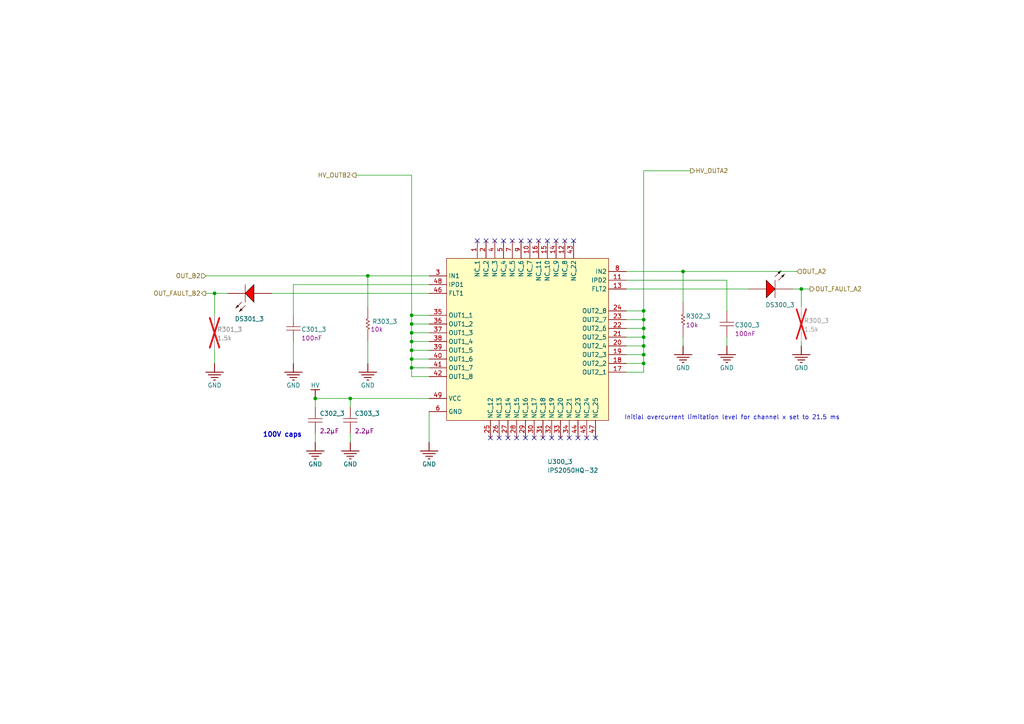
<source format=kicad_sch>
(kicad_sch (version 20250114) (generator "eeschema") (generator_version "9.0")
  (paper "A4")
  (lib_symbols
    (symbol "ARDEP Power IO Shield Symbols:GND_POWER_GROUND" (power)
      (property "Value" "GND" (at 0 -6.35 0))
      (symbol "GND_POWER_GROUND_0_0"
        (polyline (pts (xy -2.54 -2.54) (xy 2.54 -2.54)) (stroke (width 0.254)))
        (polyline (pts (xy -1.778 -3.302) (xy 1.778 -3.302)) (stroke (width 0.254)))
        (polyline (pts (xy -1.016 -4.064) (xy 1.016 -4.064)) (stroke (width 0.254)))
        (polyline (pts (xy -0.254 -4.826) (xy 0.254 -4.826)) (stroke (width 0.254)))
        (polyline (pts (xy 0 0) (xy 0 -2.54)) (stroke (width 0.254)))
        (pin power_in line (at 0 0 0) (length 0) (hide yes) (name "GND") (number ""))
      )
    )
    (symbol "ARDEP Power IO Shield Symbols:HV_BAR" (power)
      (property "Value" "HV" (at 0 -3.81 0))
      (symbol "HV_BAR_0_0"
        (polyline (pts (xy -1.27 -2.54) (xy 1.27 -2.54)) (stroke (width 0.254)))
        (polyline (pts (xy 0 0) (xy 0 -2.54)) (stroke (width 0.254)))
        (pin power_in line (at 0 0 0) (length 0) (hide yes) (name "HV") (number ""))
      )
    )
    (symbol "ARDEP Power IO Shield Symbols:root_0_IPS2050HQ-32_Frickly Systems GmbH"
      (symbol "root_0_IPS2050HQ-32_Frickly Systems GmbH_1_0"
        (rectangle (start 52.07 12.7) (end 5.08 -34.29) (stroke (width 0) (color 128 0 0 1)) (fill (type background)))
        (pin passive line (at 0 7.62 0) (length 5.08) (name "IN1") (number "3"))
        (pin passive line (at 0 5.08 0) (length 5.08) (name "IPD1") (number "48"))
        (pin passive line (at 0 2.54 0) (length 5.08) (name "FLT1") (number "46"))
        (pin passive line (at 0 -3.81 0) (length 5.08) (name "OUT1_1") (number "35"))
        (pin passive line (at 0 -6.35 0) (length 5.08) (name "OUT1_2") (number "36"))
        (pin passive line (at 0 -8.89 0) (length 5.08) (name "OUT1_3") (number "37"))
        (pin passive line (at 0 -11.43 0) (length 5.08) (name "OUT1_4") (number "38"))
        (pin passive line (at 0 -13.97 0) (length 5.08) (name "OUT1_5") (number "39"))
        (pin passive line (at 0 -16.51 0) (length 5.08) (name "OUT1_6") (number "40"))
        (pin passive line (at 0 -19.05 0) (length 5.08) (name "OUT1_7") (number "41"))
        (pin passive line (at 0 -21.59 0) (length 5.08) (name "OUT1_8") (number "42"))
        (pin passive line (at 0 -27.94 0) (length 5.08) (name "VCC") (number "49"))
        (pin passive line (at 0 -31.75 0) (length 5.08) (name "GND") (number "6"))
        (pin passive line (at 13.97 17.78 270) (length 5.08) (name "NC_1") (number "1"))
        (pin passive line (at 16.51 17.78 270) (length 5.08) (name "NC_2") (number "2"))
        (pin passive line (at 17.78 -39.37 90) (length 5.08) (name "NC_12") (number "25"))
        (pin passive line (at 19.05 17.78 270) (length 5.08) (name "NC_3") (number "4"))
        (pin passive line (at 20.32 -39.37 90) (length 5.08) (name "NC_13") (number "26"))
        (pin passive line (at 21.59 17.78 270) (length 5.08) (name "NC_4") (number "5"))
        (pin passive line (at 22.86 -39.37 90) (length 5.08) (name "NC_14") (number "27"))
        (pin passive line (at 24.13 17.78 270) (length 5.08) (name "NC_5") (number "7"))
        (pin passive line (at 25.4 -39.37 90) (length 5.08) (name "NC_15") (number "28"))
        (pin passive line (at 26.67 17.78 270) (length 5.08) (name "NC_6") (number "9"))
        (pin passive line (at 27.94 -39.37 90) (length 5.08) (name "NC_16") (number "29"))
        (pin passive line (at 29.21 17.78 270) (length 5.08) (name "NC_7") (number "10"))
        (pin passive line (at 30.48 -39.37 90) (length 5.08) (name "NC_17") (number "30"))
        (pin passive line (at 31.75 17.78 270) (length 5.08) (name "NC_11") (number "16"))
        (pin passive line (at 33.02 -39.37 90) (length 5.08) (name "NC_18") (number "31"))
        (pin passive line (at 34.29 17.78 270) (length 5.08) (name "NC_10") (number "15"))
        (pin passive line (at 35.56 -39.37 90) (length 5.08) (name "NC_19") (number "32"))
        (pin passive line (at 36.83 17.78 270) (length 5.08) (name "NC_9") (number "14"))
        (pin passive line (at 38.1 -39.37 90) (length 5.08) (name "NC_20") (number "33"))
        (pin passive line (at 39.37 17.78 270) (length 5.08) (name "NC_8") (number "12"))
        (pin passive line (at 40.64 -39.37 90) (length 5.08) (name "NC_21") (number "34"))
        (pin passive line (at 41.91 17.78 270) (length 5.08) (name "NC_22") (number "43"))
        (pin passive line (at 43.18 -39.37 90) (length 5.08) (name "NC_23") (number "44"))
        (pin passive line (at 45.72 -39.37 90) (length 5.08) (name "NC_24") (number "45"))
        (pin passive line (at 48.26 -39.37 90) (length 5.08) (name "NC_25") (number "47"))
        (pin passive line (at 57.15 8.89 180) (length 5.08) (name "IN2") (number "8"))
        (pin passive line (at 57.15 6.35 180) (length 5.08) (name "IPD2") (number "11"))
        (pin passive line (at 57.15 3.81 180) (length 5.08) (name "FLT2") (number "13"))
        (pin passive line (at 57.15 -2.54 180) (length 5.08) (name "OUT2_8") (number "24"))
        (pin passive line (at 57.15 -5.08 180) (length 5.08) (name "OUT2_7") (number "23"))
        (pin passive line (at 57.15 -7.62 180) (length 5.08) (name "OUT2_6") (number "22"))
        (pin passive line (at 57.15 -10.16 180) (length 5.08) (name "OUT2_5") (number "21"))
        (pin passive line (at 57.15 -12.7 180) (length 5.08) (name "OUT2_4") (number "20"))
        (pin passive line (at 57.15 -15.24 180) (length 5.08) (name "OUT2_3") (number "19"))
        (pin passive line (at 57.15 -17.78 180) (length 5.08) (name "OUT2_2") (number "18"))
        (pin passive line (at 57.15 -20.32 180) (length 5.08) (name "OUT2_1") (number "17"))
      )
    )
    (symbol "ARDEP Power IO Shield Symbols:root_0_mirrored_LED-RED-AK-2_Frickly Systems GmbH" (pin_numbers (hide yes)) (pin_names (hide yes))
      (symbol "root_0_mirrored_LED-RED-AK-2_Frickly Systems GmbH_1_0"
        (polyline (pts (xy -2.54 2.54) (xy 0 0) (xy -2.54 -2.54) (xy -2.54 2.54)) (stroke (width 0) (color 0 0 0 1)) (fill (type color) (color 255 0 0 1)))
        (polyline (pts (xy 0 3.556) (xy 1.778 5.334)))
        (polyline (pts (xy 0 -2.54) (xy 0 2.54)))
        (polyline (pts (xy 1.016 2.54) (xy 2.794 4.318)))
        (polyline (pts (xy 1.778 5.334) (xy 1.27 4.318) (xy 0.762 4.826) (xy 1.778 5.334)) (stroke (width -0.0001) (color 0 0 0 1)) (fill (type outline)))
        (polyline (pts (xy 2.794 4.318) (xy 2.286 3.302) (xy 1.778 3.81) (xy 2.794 4.318)) (stroke (width -0.0001) (color 0 0 0 1)) (fill (type outline)))
        (pin passive line (at -7.62 0 0) (length 5.08) (name "A") (number "2"))
        (pin passive line (at 5.08 0 180) (length 5.08) (name "K") (number "1"))
      )
    )
    (symbol "ARDEP Power IO Shield Symbols:root_1_Resistor_Frickly Systems GmbH" (pin_numbers (hide yes)) (pin_names (hide yes))
      (symbol "root_1_Resistor_Frickly Systems GmbH_1_0"
        (polyline (pts (xy 0 5.08) (xy 0 4.064) (xy 0.508 3.81) (xy -0.508 3.302) (xy 0.508 2.794) (xy -0.508 2.286) (xy 0.508 1.778) (xy -0.508 1.27) (xy 0 1.016) (xy 0 0)))
        (pin passive line (at 0 7.62 270) (length 2.54) (name "2") (number "2"))
        (pin passive line (at 0 -2.54 90) (length 2.54) (name "1") (number "1"))
      )
    )
    (symbol "ARDEP Power IO Shield Symbols:root_1_mirrored_Capacitor_Frickly Systems GmbH" (pin_numbers (hide yes)) (pin_names (hide yes))
      (symbol "root_1_mirrored_Capacitor_Frickly Systems GmbH_1_0"
        (polyline (pts (xy -2.032 3.302) (xy 2.032 3.302)))
        (polyline (pts (xy 0 5.08) (xy 0 4.318)))
        (polyline (pts (xy 0 2.54) (xy 0 3.302)))
        (polyline (pts (xy 2.032 4.318) (xy -2.032 4.318)))
        (pin passive line (at 0 7.62 270) (length 2.54) (name "2") (number "2"))
        (pin passive line (at 0 0 90) (length 2.54) (name "1") (number "1"))
      )
    )
    (symbol "ARDEP Power IO Shield Symbols:root_1_mirrored_Resistor_Frickly Systems GmbH" (pin_numbers (hide yes)) (pin_names (hide yes))
      (symbol "root_1_mirrored_Resistor_Frickly Systems GmbH_1_0"
        (polyline (pts (xy 0 5.08) (xy 0 4.064) (xy -0.508 3.81) (xy 0.508 3.302) (xy -0.508 2.794) (xy 0.508 2.286) (xy -0.508 1.778) (xy 0.508 1.27) (xy 0 1.016) (xy 0 0)))
        (pin passive line (at 0 7.62 270) (length 2.54) (name "2") (number "2"))
        (pin passive line (at 0 -2.54 90) (length 2.54) (name "1") (number "1"))
      )
    )
    (symbol "ARDEP Power IO Shield Symbols:root_2_mirrored_LED-RED-AK-2_Frickly Systems GmbH" (pin_numbers (hide yes)) (pin_names (hide yes))
      (symbol "root_2_mirrored_LED-RED-AK-2_Frickly Systems GmbH_1_0"
        (polyline (pts (xy -2.794 -4.318) (xy -2.286 -3.302) (xy -1.778 -3.81) (xy -2.794 -4.318)) (stroke (width -0.0001) (color 0 0 0 1)) (fill (type outline)))
        (polyline (pts (xy -1.778 -5.334) (xy -1.27 -4.318) (xy -0.762 -4.826) (xy -1.778 -5.334)) (stroke (width -0.0001) (color 0 0 0 1)) (fill (type outline)))
        (polyline (pts (xy -1.016 -2.54) (xy -2.794 -4.318)))
        (polyline (pts (xy 0 2.54) (xy 0 -2.54)))
        (polyline (pts (xy 0 -3.556) (xy -1.778 -5.334)))
        (polyline (pts (xy 2.54 -2.54) (xy 0 0) (xy 2.54 2.54) (xy 2.54 -2.54)) (stroke (width 0) (color 0 0 0 1)) (fill (type color) (color 255 0 0 1)))
        (pin passive line (at -5.08 0 0) (length 5.08) (name "K") (number "1"))
        (pin passive line (at 7.62 0 180) (length 5.08) (name "A") (number "2"))
      )
    )
    (symbol "root_1_mirrored_Capacitor_Frickly Systems GmbH_1" (pin_numbers (hide yes)) (pin_names (hide yes))
      (symbol "root_1_mirrored_Capacitor_Frickly Systems GmbH_1_1_0"
        (polyline (pts (xy -2.032 3.302) (xy 2.032 3.302)))
        (polyline (pts (xy 0 5.08) (xy 0 4.318)))
        (polyline (pts (xy 0 2.54) (xy 0 3.302)))
        (polyline (pts (xy 2.032 4.318) (xy -2.032 4.318)))
        (pin passive line (at 0 7.62 270) (length 2.54) (name "2") (number "2"))
        (pin passive line (at 0 0 90) (length 2.54) (name "1") (number "1"))
      )
    )
    (symbol "root_1_mirrored_Capacitor_Frickly Systems GmbH_2" (pin_numbers (hide yes)) (pin_names (hide yes))
      (symbol "root_1_mirrored_Capacitor_Frickly Systems GmbH_2_1_0"
        (polyline (pts (xy -2.032 3.302) (xy 2.032 3.302)))
        (polyline (pts (xy 0 5.08) (xy 0 4.318)))
        (polyline (pts (xy 0 2.54) (xy 0 3.302)))
        (polyline (pts (xy 2.032 4.318) (xy -2.032 4.318)))
        (pin passive line (at 0 7.62 270) (length 2.54) (name "2") (number "2"))
        (pin passive line (at 0 0 90) (length 2.54) (name "1") (number "1"))
      )
    )
  )
  (text "Initial overcurrent limitation level for channel x set to 21.5 ms" (at 243.586 121.92 0) (effects (font (size 1.27 1.27)) (justify right bottom)))
  (text "100V caps" (at 87.63 127 0) (effects (font (size 1.397 1.397) (thickness 0.2794) (bold yes)) (justify right bottom)))
  (junction (at 186.69 100.33))
  (junction (at 186.69 95.25))
  (junction (at 119.38 99.06))
  (junction (at 232.41 83.82))
  (junction (at 119.38 101.6))
  (junction (at 119.38 91.44))
  (junction (at 62.23 85.09))
  (junction (at 186.69 97.79))
  (junction (at 186.69 105.41))
  (junction (at 198.12 78.74))
  (junction (at 106.68 80.01))
  (junction (at 119.38 96.52))
  (junction (at 186.69 90.17))
  (junction (at 119.38 106.68))
  (junction (at 186.69 92.71))
  (junction (at 101.6 115.57))
  (junction (at 91.44 115.57))
  (junction (at 119.38 93.98))
  (junction (at 119.38 104.14))
  (junction (at 186.69 102.87))
  (no_connect (at 148.59 69.85))
  (no_connect (at 138.43 69.85))
  (no_connect (at 167.64 127))
  (no_connect (at 162.56 127))
  (no_connect (at 161.29 69.85))
  (no_connect (at 163.83 69.85))
  (no_connect (at 170.18 127))
  (no_connect (at 144.78 127))
  (no_connect (at 151.13 69.85))
  (no_connect (at 149.86 127))
  (no_connect (at 152.4 127))
  (no_connect (at 166.37 69.85))
  (no_connect (at 143.51 69.85))
  (no_connect (at 157.48 127))
  (no_connect (at 158.75 69.85))
  (no_connect (at 153.67 69.85))
  (no_connect (at 154.94 127))
  (no_connect (at 142.24 127))
  (no_connect (at 147.32 127))
  (no_connect (at 172.72 127))
  (no_connect (at 160.02 127))
  (no_connect (at 156.21 69.85))
  (no_connect (at 165.1 127))
  (no_connect (at 140.97 69.85))
  (no_connect (at 146.05 69.85))
  (wire (pts (xy 210.82 81.28) (xy 210.82 90.17)))
  (wire (pts (xy 186.69 90.17) (xy 186.69 92.71)))
  (wire (pts (xy 186.69 100.33) (xy 181.61 100.33)))
  (wire (pts (xy 232.41 88.9) (xy 232.41 83.82)))
  (wire (pts (xy 119.38 101.6) (xy 124.46 101.6)))
  (wire (pts (xy 101.6 125.73) (xy 101.6 128.27)))
  (wire (pts (xy 119.38 93.98) (xy 124.46 93.98)))
  (wire (pts (xy 186.69 90.17) (xy 181.61 90.17)))
  (wire (pts (xy 186.69 49.53) (xy 186.69 90.17)))
  (wire (pts (xy 119.38 99.06) (xy 124.46 99.06)))
  (wire (pts (xy 181.61 83.82) (xy 217.17 83.82)))
  (wire (pts (xy 186.69 95.25) (xy 186.69 97.79)))
  (wire (pts (xy 91.44 125.73) (xy 91.44 128.27)))
  (wire (pts (xy 119.38 109.22) (xy 124.46 109.22)))
  (wire (pts (xy 119.38 91.44) (xy 119.38 93.98)))
  (wire (pts (xy 186.69 102.87) (xy 186.69 105.41)))
  (wire (pts (xy 119.38 99.06) (xy 119.38 101.6)))
  (wire (pts (xy 119.38 50.8) (xy 119.38 91.44)))
  (wire (pts (xy 101.6 115.57) (xy 124.46 115.57)))
  (wire (pts (xy 124.46 82.55) (xy 85.09 82.55)))
  (wire (pts (xy 231.14 78.74) (xy 198.12 78.74)))
  (wire (pts (xy 198.12 78.74) (xy 181.61 78.74)))
  (wire (pts (xy 186.69 97.79) (xy 186.69 100.33)))
  (wire (pts (xy 106.68 105.41) (xy 106.68 99.06)))
  (wire (pts (xy 200.242 49.53) (xy 186.69 49.53)))
  (wire (pts (xy 119.38 96.52) (xy 119.38 99.06)))
  (wire (pts (xy 85.09 82.55) (xy 85.09 91.44)))
  (wire (pts (xy 119.38 106.68) (xy 124.46 106.68)))
  (wire (pts (xy 119.38 106.68) (xy 119.38 109.22)))
  (wire (pts (xy 186.69 92.71) (xy 181.61 92.71)))
  (wire (pts (xy 119.38 101.6) (xy 119.38 104.14)))
  (wire (pts (xy 62.23 91.44) (xy 62.23 85.09)))
  (wire (pts (xy 198.12 100.33) (xy 198.12 97.79)))
  (wire (pts (xy 186.69 100.33) (xy 186.69 102.87)))
  (wire (pts (xy 186.69 105.41) (xy 186.69 107.95)))
  (wire (pts (xy 119.38 91.44) (xy 124.46 91.44)))
  (wire (pts (xy 106.68 80.01) (xy 59.69 80.01)))
  (wire (pts (xy 198.12 87.63) (xy 198.12 78.74)))
  (wire (pts (xy 91.44 115.57) (xy 101.6 115.57)))
  (wire (pts (xy 62.23 105.41) (xy 62.23 101.6)))
  (wire (pts (xy 186.69 95.25) (xy 181.61 95.25)))
  (wire (pts (xy 85.09 105.41) (xy 85.09 99.06)))
  (wire (pts (xy 103.288 50.8) (xy 119.38 50.8)))
  (wire (pts (xy 232.41 100.33) (xy 232.41 99.06)))
  (wire (pts (xy 119.38 104.14) (xy 124.46 104.14)))
  (wire (pts (xy 232.41 83.82) (xy 234.95 83.82)))
  (wire (pts (xy 186.69 105.41) (xy 181.61 105.41)))
  (wire (pts (xy 91.44 115.57) (xy 91.44 118.11)))
  (wire (pts (xy 229.87 83.82) (xy 232.41 83.82)))
  (wire (pts (xy 78.74 85.09) (xy 124.46 85.09)))
  (wire (pts (xy 186.69 92.71) (xy 186.69 95.25)))
  (wire (pts (xy 181.61 81.28) (xy 210.82 81.28)))
  (wire (pts (xy 124.46 128.27) (xy 124.46 119.38)))
  (wire (pts (xy 119.38 104.14) (xy 119.38 106.68)))
  (wire (pts (xy 106.68 80.01) (xy 106.68 88.9)))
  (wire (pts (xy 186.69 102.87) (xy 181.61 102.87)))
  (wire (pts (xy 186.69 97.79) (xy 181.61 97.79)))
  (wire (pts (xy 62.23 85.09) (xy 66.04 85.09)))
  (wire (pts (xy 210.82 100.33) (xy 210.82 97.79)))
  (wire (pts (xy 124.46 80.01) (xy 106.68 80.01)))
  (wire (pts (xy 119.38 96.52) (xy 124.46 96.52)))
  (wire (pts (xy 186.69 107.95) (xy 181.61 107.95)))
  (wire (pts (xy 59.69 85.09) (xy 62.23 85.09)))
  (wire (pts (xy 119.38 93.98) (xy 119.38 96.52)))
  (wire (pts (xy 101.6 118.11) (xy 101.6 115.57)))
  (hierarchical_label "OUT_B2" (shape input) (at 59.69 80.01 180))
  (hierarchical_label "OUT_FAULT_B2" (shape output) (at 59.69 85.09 180))
  (hierarchical_label "OUT_A2" (shape input) (at 231.14 78.74 0))
  (hierarchical_label "HV_OUTA2" (shape output) (at 200.242 49.53 0))
  (hierarchical_label "HV_OUTB2" (shape output) (at 103.288 50.8 180))
  (hierarchical_label "OUT_FAULT_A2" (shape output) (at 234.95 83.82 0))
  (symbol (lib_id "ARDEP Power IO Shield Symbols:GND_POWER_GROUND") (at 85.09 105.41 0) (unit 1)
    (property "Reference" "#PWR033" (effects (hide yes)))
    (property "Value" "GND" (at 85.09 111.76 0))
  )
  (symbol (lib_id "ARDEP Power IO Shield Symbols:GND_POWER_GROUND") (at 232.41 100.33 0) (unit 1)
    (property "Reference" "#PWR041" (effects (hide yes)))
    (property "Value" "GND" (at 232.41 106.68 0))
  )
  (symbol (lib_id "ARDEP Power IO Shield Symbols:HV_BAR") (at 91.44 115.57 180) (unit 1)
    (property "Reference" "#PWR034" (effects (hide yes)))
    (property "Value" "HV" (at 91.44 111.76 0))
  )
  (symbol (lib_id "ARDEP Power IO Shield Symbols:root_0_mirrored_LED-RED-AK-2_Frickly Systems GmbH") (at 224.79 83.82 0) (unit 1)
    (property "Reference" "DS300_3" (at 221.996 89.154 0) (effects (justify left bottom)))
    (property "Value" "150080RS75000" (effects (hide yes)))
    (property "Footprint" "LED_0805_JB" (effects (hide yes)))
    (property "Description" "Single Color LED, Red, Water Clear, 1.4mm" (effects (hide yes)))
    (property "PINS" "2" (effects (hide yes)))
    (property "FORWARD VOLTAGE" "2V" (effects (hide yes)))
    (property "COLOUR" "Red" (effects (hide yes)))
    (property "ROHS COMPLIANT" "Yes" (effects (hide yes)))
    (property "MAX OPERATING TEMPERATURE" "85°C" (effects (hide yes)))
    (property "CASE/PACKAGE" "0805" (effects (hide yes)))
    (property "MOUNTING TECHNOLOGY" "SMD" (effects (hide yes)))
    (property "MIN OPERATING TEMPERATURE" "-40°C" (effects (hide yes)))
    (property "FORWARD CURRENT" "20mA" (effects (hide yes)))
  )
  (symbol (lib_id "ARDEP Power IO Shield Symbols:root_0_IPS2050HQ-32_Frickly Systems GmbH") (at 124.46 87.63 0) (unit 1)
    (property "Reference" "U300_3" (at 158.75 134.62 0) (effects (justify left bottom)))
    (property "Value" "IPS2050HQ-32" (at 158.75 137.16 0) (effects (justify left bottom)))
    (property "Footprint" "QFN50P800X600X90_HS-49N" (effects (hide yes)))
    (property "Description" "High efficiency, high-side switch with extended diagnostics and smart driving for capacitive loads" (effects (hide yes)))
    (property "OPERATING TEMPERATURE MIN" "-40" (effects (hide yes)))
    (property "OPERATING TEMPERATURE MAX" "125" (effects (hide yes)))
    (property "PACKAGING" "QFN-48" (effects (hide yes)))
    (property "MOUNT" "SMD" (effects (hide yes)))
    (property "PIN COUNT" "48" (effects (hide yes)))
    (property "MAX OUTPUT CURRENT" "5.6A" (effects (hide yes)))
    (property "MAX SUPPLY VOLTAGE" "60V" (effects (hide yes)))
    (property "MIN SUPPLY VOLTAGE" "8V" (effects (hide yes)))
    (property "NUMBER OF CHANNELS" "2" (effects (hide yes)))
    (property "NUMBER OF TERMINALS" "48" (effects (hide yes)))
    (property "TERMINAL PITCH" "500µm" (effects (hide yes)))
  )
  (symbol (lib_id "ARDEP Power IO Shield Symbols:GND_POWER_GROUND") (at 91.44 128.27 0) (unit 1)
    (property "Reference" "#PWR035" (effects (hide yes)))
    (property "Value" "GND" (at 91.44 134.62 0))
  )
  (symbol (lib_id "ARDEP Power IO Shield Symbols:root_1_Resistor_Frickly Systems GmbH") (at 62.23 99.06 0) (unit 1) (dnp yes)
    (property "Reference" "R301_3" (at 62.992 96.266 0) (effects (justify left bottom)))
    (property "Value" "1k5 +/-1% 0603 100 mW" (effects (hide yes)))
    (property "Footprint" "R_0603_JB" (effects (hide yes)))
    (property "Description" "Chip Resistor, 1,5 KOhm, +/-1%, 0.1 W, -55 to 155 degC, 0603 (1608 Metric)" (effects (hide yes)))
    (property "PINS" "2" (effects (hide yes)))
    (property "MIN OPERATING TEMPERATURE" "-55°C" (effects (hide yes)))
    (property "ROHS COMPLIANT" "True" (effects (hide yes)))
    (property "POWER" "100mW" (effects (hide yes)))
    (property "TOLERANCE" "1%" (effects (hide yes)))
    (property "ALTIUM_VALUE" "1.5k" (at 62.992 98.806 0) (effects (justify left bottom)))
    (property "MOUNTING TECHNOLOGY" "SM" (effects (hide yes)))
    (property "CASE/PACKAGE" "0603" (effects (hide yes)))
    (property "MAX OPERATING TEMPERATURE" "155°C" (effects (hide yes)))
    (property "VOLTAGE RATING" "50V" (effects (hide yes)))
  )
  (symbol (lib_id "ARDEP Power IO Shield Symbols:root_2_mirrored_LED-RED-AK-2_Frickly Systems GmbH") (at 71.12 85.09 0) (unit 1)
    (property "Reference" "DS301_3" (at 68.072 93.218 0) (effects (justify left bottom)))
    (property "Value" "150080RS75000" (effects (hide yes)))
    (property "Footprint" "LED_0805_JB" (effects (hide yes)))
    (property "Description" "Single Color LED, Red, Water Clear, 1.4mm" (effects (hide yes)))
    (property "PINS" "2" (effects (hide yes)))
    (property "FORWARD VOLTAGE" "2V" (effects (hide yes)))
    (property "COLOUR" "Red" (effects (hide yes)))
    (property "ROHS COMPLIANT" "Yes" (effects (hide yes)))
    (property "MAX OPERATING TEMPERATURE" "85°C" (effects (hide yes)))
    (property "CASE/PACKAGE" "0805" (effects (hide yes)))
    (property "MOUNTING TECHNOLOGY" "SMD" (effects (hide yes)))
    (property "MIN OPERATING TEMPERATURE" "-40°C" (effects (hide yes)))
    (property "FORWARD CURRENT" "20mA" (effects (hide yes)))
  )
  (symbol (lib_id "ARDEP Power IO Shield Symbols:GND_POWER_GROUND") (at 106.68 105.41 0) (unit 1)
    (property "Reference" "#PWR037" (effects (hide yes)))
    (property "Value" "GND" (at 106.68 111.76 0))
  )
  (symbol (lib_id "ARDEP Power IO Shield Symbols:root_1_mirrored_Capacitor_Frickly Systems GmbH") (at 91.44 125.73 0) (unit 1)
    (property "Reference" "C302_3" (at 92.71 120.65 0) (effects (justify left bottom)))
    (property "Value" "C-2.2uF-10%-100V-1210-X7R" (effects (hide yes)))
    (property "Footprint" "C_1210" (effects (hide yes)))
    (property "Description" "Ceramic Capacitor, Multilayer, Ceramic, 100V, 10% +Tol, 10% -Tol, X7R, 15% TC, 2.2uF, Surface Mount, 1210" (effects (hide yes)))
    (property "MIN OPERATING TEMPERATURE" "-55°C" (effects (hide yes)))
    (property "TOLERANCE" "10%" (effects (hide yes)))
    (property "MAX OPERATING TEMPERATURE" "125°C" (effects (hide yes)))
    (property "CASE/PACKAGE" "1210" (effects (hide yes)))
    (property "ROHS COMPLIANT" "Yes" (effects (hide yes)))
    (property "DIELECTRIC MATERIAL" "Ceramic" (effects (hide yes)))
    (property "CAPACITANCE" "2.2µF" (at 92.71 125.73 0) (effects (justify left bottom)))
    (property "RATED DC VOLTAGE (URDC)" "100V" (effects (hide yes)))
    (property "TEMPERATURE CHARACTERISTICS CODE" "X7R" (effects (hide yes)))
    (property "MOUNT" "Surface Mount" (effects (hide yes)))
    (property "TO BE CHECKED" "Yes, Part choices" (effects (hide yes)))
  )
  (symbol (lib_id "ARDEP Power IO Shield Symbols:root_1_mirrored_Capacitor_Frickly Systems GmbH") (at 101.6 125.73 0) (unit 1)
    (property "Reference" "C303_3" (at 102.87 120.65 0) (effects (justify left bottom)))
    (property "Value" "C-2.2uF-10%-100V-1210-X7R" (effects (hide yes)))
    (property "Footprint" "C_1210" (effects (hide yes)))
    (property "Description" "Ceramic Capacitor, Multilayer, Ceramic, 100V, 10% +Tol, 10% -Tol, X7R, 15% TC, 2.2uF, Surface Mount, 1210" (effects (hide yes)))
    (property "MIN OPERATING TEMPERATURE" "-55°C" (effects (hide yes)))
    (property "TOLERANCE" "10%" (effects (hide yes)))
    (property "MAX OPERATING TEMPERATURE" "125°C" (effects (hide yes)))
    (property "CASE/PACKAGE" "1210" (effects (hide yes)))
    (property "ROHS COMPLIANT" "Yes" (effects (hide yes)))
    (property "DIELECTRIC MATERIAL" "Ceramic" (effects (hide yes)))
    (property "CAPACITANCE" "2.2µF" (at 102.87 125.73 0) (effects (justify left bottom)))
    (property "RATED DC VOLTAGE (URDC)" "100V" (effects (hide yes)))
    (property "TEMPERATURE CHARACTERISTICS CODE" "X7R" (effects (hide yes)))
    (property "MOUNT" "Surface Mount" (effects (hide yes)))
    (property "TO BE CHECKED" "Yes, Part choices" (effects (hide yes)))
  )
  (symbol (lib_name "root_1_mirrored_Capacitor_Frickly Systems GmbH_1") (lib_id "ARDEP Power IO Shield Symbols:root_1_mirrored_Capacitor_Frickly Systems GmbH_1") (at 210.82 97.79 0) (unit 1)
    (property "Reference" "C300_3" (at 213.106 94.996 0) (effects (justify left bottom)))
    (property "Value" "C-100nF-10%-50V-0603-X7R" (effects (hide yes)))
    (property "Footprint" "C_0603_JB" (effects (hide yes)))
    (property "Description" "Ceramic Capacitor, Multilayer, Ceramic, 50V, 10% +Tol, 10% -Tol, X7R, 15% TC, 0.1uF, Surface Mount, 0603" (effects (hide yes)))
    (property "CASE/PACKAGE" "0603" (effects (hide yes)))
    (property "TOLERANCE" "10%" (effects (hide yes)))
    (property "ROHS COMPLIANT" "True" (effects (hide yes)))
    (property "MAX OPERATING TEMPERATURE" "125°C" (effects (hide yes)))
    (property "MIN OPERATING TEMPERATURE" "-55°C" (effects (hide yes)))
    (property "CAPACITANCE" "100nF" (at 213.106 97.536 0) (effects (justify left bottom)))
    (property "DIELECTRIC MATERIAL" "Ceramic" (effects (hide yes)))
    (property "MOUNT" "Surface Mount" (effects (hide yes)))
    (property "RATED DC VOLTAGE (URDC)" "50V" (effects (hide yes)))
    (property "TEMPERATURE CHARACTERISTICS CODE" "X7R" (effects (hide yes)))
  )
  (symbol (lib_id "ARDEP Power IO Shield Symbols:GND_POWER_GROUND") (at 101.6 128.27 0) (unit 1)
    (property "Reference" "#PWR036" (effects (hide yes)))
    (property "Value" "GND" (at 101.6 134.62 0))
  )
  (symbol (lib_id "ARDEP Power IO Shield Symbols:root_1_mirrored_Resistor_Frickly Systems GmbH") (at 198.12 95.25 0) (unit 1)
    (property "Reference" "R302_3" (at 198.882 92.456 0) (effects (justify left bottom)))
    (property "Value" "Resistor 10k +/-1% 0603 100mW" (effects (hide yes)))
    (property "Footprint" "R_0603_JB" (effects (hide yes)))
    (property "Description" "Chip Resistor, 10 KOhm, +/-1%, 0.1 W, -55 to 155 degC, 0603 (1608 Metric)" (effects (hide yes)))
    (property "ALTIUM_VALUE" "10k" (at 198.882 94.996 0) (effects (justify left bottom)))
    (property "MAX OPERATING TEMPERATURE" "155°C" (effects (hide yes)))
    (property "ROHS COMPLIANT" "Yes" (effects (hide yes)))
    (property "TOLERANCE" "1%" (effects (hide yes)))
    (property "PINS" "2" (effects (hide yes)))
    (property "POWER" "100mW" (effects (hide yes)))
    (property "MIN OPERATING TEMPERATURE" "-55°C" (effects (hide yes)))
    (property "MOUNTING TECHNOLOGY" "Surface Mount" (effects (hide yes)))
    (property "CASE/PACKAGE" "0603" (effects (hide yes)))
    (property "VOLTAGE RATING" "75V" (effects (hide yes)))
  )
  (symbol (lib_id "ARDEP Power IO Shield Symbols:GND_POWER_GROUND") (at 210.82 100.33 0) (unit 1)
    (property "Reference" "#PWR040" (effects (hide yes)))
    (property "Value" "GND" (at 210.82 106.68 0))
  )
  (symbol (lib_id "ARDEP Power IO Shield Symbols:root_1_mirrored_Resistor_Frickly Systems GmbH") (at 106.68 96.52 0) (unit 1)
    (property "Reference" "R303_3" (at 107.95 93.98 0) (effects (justify left bottom)))
    (property "Value" "Resistor 10k +/-1% 0603 100mW" (effects (hide yes)))
    (property "Footprint" "R_0603_JB" (effects (hide yes)))
    (property "Description" "Chip Resistor, 10 KOhm, +/-1%, 0.1 W, -55 to 155 degC, 0603 (1608 Metric)" (effects (hide yes)))
    (property "ALTIUM_VALUE" "10k" (at 107.442 96.266 0) (effects (justify left bottom)))
    (property "MAX OPERATING TEMPERATURE" "155°C" (effects (hide yes)))
    (property "ROHS COMPLIANT" "Yes" (effects (hide yes)))
    (property "TOLERANCE" "1%" (effects (hide yes)))
    (property "PINS" "2" (effects (hide yes)))
    (property "POWER" "100mW" (effects (hide yes)))
    (property "MIN OPERATING TEMPERATURE" "-55°C" (effects (hide yes)))
    (property "MOUNTING TECHNOLOGY" "Surface Mount" (effects (hide yes)))
    (property "CASE/PACKAGE" "0603" (effects (hide yes)))
    (property "VOLTAGE RATING" "75V" (effects (hide yes)))
  )
  (symbol (lib_name "root_1_mirrored_Capacitor_Frickly Systems GmbH_2") (lib_id "ARDEP Power IO Shield Symbols:root_1_mirrored_Capacitor_Frickly Systems GmbH_2") (at 85.09 99.06 0) (unit 1)
    (property "Reference" "C301_3" (at 87.376 96.266 0) (effects (justify left bottom)))
    (property "Value" "C-100nF-10%-50V-0603-X7R" (effects (hide yes)))
    (property "Footprint" "C_0603_JB" (effects (hide yes)))
    (property "Description" "Ceramic Capacitor, Multilayer, Ceramic, 50V, 10% +Tol, 10% -Tol, X7R, 15% TC, 0.1uF, Surface Mount, 0603" (effects (hide yes)))
    (property "CASE/PACKAGE" "0603" (effects (hide yes)))
    (property "TOLERANCE" "10%" (effects (hide yes)))
    (property "ROHS COMPLIANT" "True" (effects (hide yes)))
    (property "MAX OPERATING TEMPERATURE" "125°C" (effects (hide yes)))
    (property "MIN OPERATING TEMPERATURE" "-55°C" (effects (hide yes)))
    (property "CAPACITANCE" "100nF" (at 87.376 98.806 0) (effects (justify left bottom)))
    (property "DIELECTRIC MATERIAL" "Ceramic" (effects (hide yes)))
    (property "MOUNT" "Surface Mount" (effects (hide yes)))
    (property "RATED DC VOLTAGE (URDC)" "50V" (effects (hide yes)))
    (property "TEMPERATURE CHARACTERISTICS CODE" "X7R" (effects (hide yes)))
  )
  (symbol (lib_id "ARDEP Power IO Shield Symbols:root_1_Resistor_Frickly Systems GmbH") (at 232.41 96.52 0) (unit 1) (dnp yes)
    (property "Reference" "R300_3" (at 233.172 93.726 0) (effects (justify left bottom)))
    (property "Value" "1k5 +/-1% 0603 100 mW" (effects (hide yes)))
    (property "Footprint" "R_0603_JB" (effects (hide yes)))
    (property "Description" "Chip Resistor, 1,5 KOhm, +/-1%, 0.1 W, -55 to 155 degC, 0603 (1608 Metric)" (effects (hide yes)))
    (property "PINS" "2" (effects (hide yes)))
    (property "MIN OPERATING TEMPERATURE" "-55°C" (effects (hide yes)))
    (property "ROHS COMPLIANT" "True" (effects (hide yes)))
    (property "POWER" "100mW" (effects (hide yes)))
    (property "TOLERANCE" "1%" (effects (hide yes)))
    (property "ALTIUM_VALUE" "1.5k" (at 233.172 96.266 0) (effects (justify left bottom)))
    (property "MOUNTING TECHNOLOGY" "SM" (effects (hide yes)))
    (property "CASE/PACKAGE" "0603" (effects (hide yes)))
    (property "MAX OPERATING TEMPERATURE" "155°C" (effects (hide yes)))
    (property "VOLTAGE RATING" "50V" (effects (hide yes)))
  )
  (symbol (lib_id "ARDEP Power IO Shield Symbols:GND_POWER_GROUND") (at 62.23 105.41 0) (unit 1)
    (property "Reference" "#PWR032" (effects (hide yes)))
    (property "Value" "GND" (at 62.23 111.76 0))
  )
  (symbol (lib_id "ARDEP Power IO Shield Symbols:GND_POWER_GROUND") (at 124.46 128.27 0) (unit 1)
    (property "Reference" "#PWR038" (effects (hide yes)))
    (property "Value" "GND" (at 124.46 134.62 0))
  )
  (symbol (lib_id "ARDEP Power IO Shield Symbols:GND_POWER_GROUND") (at 198.12 100.33 0) (unit 1)
    (property "Reference" "#PWR039" (effects (hide yes)))
    (property "Value" "GND" (at 198.12 106.68 0))
  )
)
</source>
